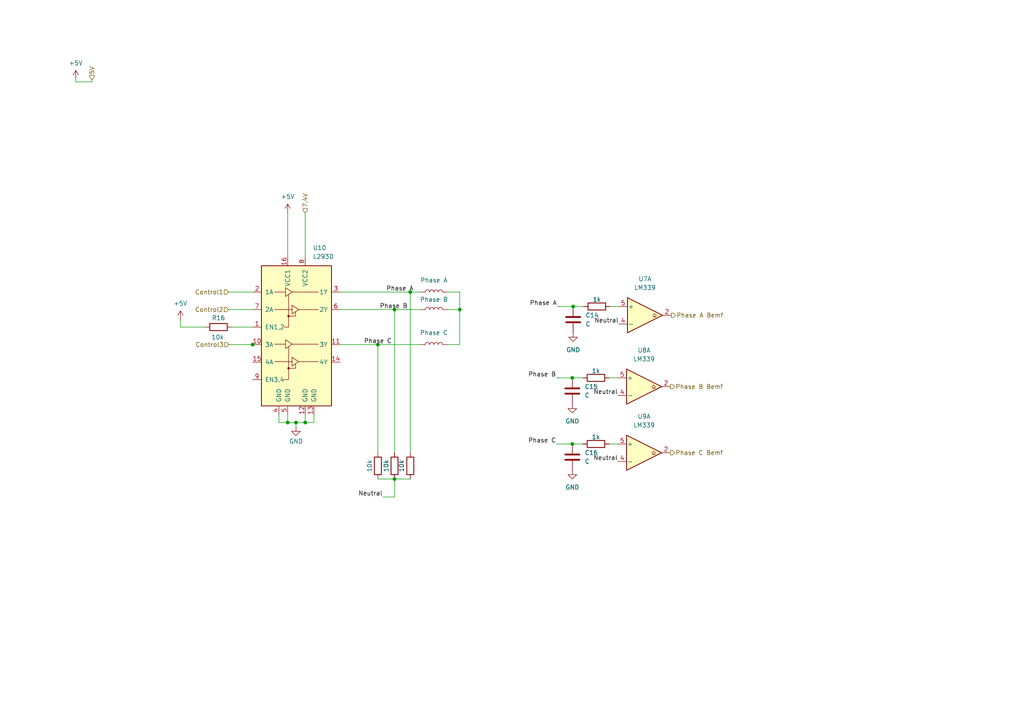
<source format=kicad_sch>
(kicad_sch (version 20230121) (generator eeschema)
  (paper "A4")
  (lib_symbols
    (symbol "Comparator:LM339" (pin_names (offset 0.127))
      (property "Reference" "U" (at 0 5.08 0))
      (property "Value" "LM339" (at 0 -5.08 0))
      (symbol "LM339_1_1"
        (polyline (pts (xy -5.08 5.08) (xy 5.08 0) (xy -5.08 -5.08) (xy -5.08 5.08)) (stroke (width 0.254)) (fill (type background)))
        (polyline (pts (xy 3.302 -0.508) (xy 2.794 -0.508) (xy 3.302 0) (xy 2.794 0.508) (xy 2.286 0) (xy 2.794 -0.508) (xy 2.286 -0.508)) (stroke (width 0.127)))
        (pin open_collector line (at 7.62 0 180) (length 2.54) (name "~") (number "2"))
        (pin input line (at -7.62 -2.54 0) (length 2.54) (name "-") (number "4"))
        (pin input line (at -7.62 2.54 0) (length 2.54) (name "+") (number "5"))
      )
      (symbol "LM339_2_1"
        (polyline (pts (xy -5.08 5.08) (xy 5.08 0) (xy -5.08 -5.08) (xy -5.08 5.08)) (stroke (width 0.254)) (fill (type background)))
        (polyline (pts (xy 3.302 -0.508) (xy 2.794 -0.508) (xy 3.302 0) (xy 2.794 0.508) (xy 2.286 0) (xy 2.794 -0.508) (xy 2.286 -0.508)) (stroke (width 0.127)))
        (pin open_collector line (at 7.62 0 180) (length 2.54) (name "~") (number "1"))
        (pin input line (at -7.62 -2.54 0) (length 2.54) (name "-") (number "6"))
        (pin input line (at -7.62 2.54 0) (length 2.54) (name "+") (number "7"))
      )
      (symbol "LM339_3_1"
        (polyline (pts (xy -5.08 5.08) (xy 5.08 0) (xy -5.08 -5.08) (xy -5.08 5.08)) (stroke (width 0.254)) (fill (type background)))
        (polyline (pts (xy 3.302 -0.508) (xy 2.794 -0.508) (xy 3.302 0) (xy 2.794 0.508) (xy 2.286 0) (xy 2.794 -0.508) (xy 2.286 -0.508)) (stroke (width 0.127)))
        (pin input line (at -7.62 -2.54 0) (length 2.54) (name "-") (number "10"))
        (pin input line (at -7.62 2.54 0) (length 2.54) (name "+") (number "11"))
        (pin open_collector line (at 7.62 0 180) (length 2.54) (name "~") (number "13"))
      )
      (symbol "LM339_4_1"
        (polyline (pts (xy -5.08 5.08) (xy 5.08 0) (xy -5.08 -5.08) (xy -5.08 5.08)) (stroke (width 0.254)) (fill (type background)))
        (polyline (pts (xy 3.302 -0.508) (xy 2.794 -0.508) (xy 3.302 0) (xy 2.794 0.508) (xy 2.286 0) (xy 2.794 -0.508) (xy 2.286 -0.508)) (stroke (width 0.127)))
        (pin open_collector line (at 7.62 0 180) (length 2.54) (name "~") (number "14"))
        (pin input line (at -7.62 -2.54 0) (length 2.54) (name "-") (number "8"))
        (pin input line (at -7.62 2.54 0) (length 2.54) (name "+") (number "9"))
      )
      (symbol "LM339_5_1"
        (pin power_in line (at -2.54 -7.62 90) (length 3.81) (name "V-") (number "12"))
        (pin power_in line (at -2.54 7.62 270) (length 3.81) (name "V+") (number "3"))
      )
    )
    (symbol "Device:C" (pin_numbers hide) (pin_names (offset 0.254))
      (property "Reference" "C" (at 0.635 2.54 0))
      (property "Value" "C" (at 0.635 -2.54 0))
      (symbol "C_0_1"
        (polyline (pts (xy -2.032 -0.762) (xy 2.032 -0.762)) (stroke (width 0.508)))
        (polyline (pts (xy -2.032 0.762) (xy 2.032 0.762)) (stroke (width 0.508)))
      )
      (symbol "C_1_1"
        (pin passive line (at 0 3.81 270) (length 2.794) (name "~") (number "1"))
        (pin passive line (at 0 -3.81 90) (length 2.794) (name "~") (number "2"))
      )
    )
    (symbol "Device:L" (pin_numbers hide) (pin_names (offset 1.016) hide)
      (property "Reference" "L" (at -1.27 0 90))
      (property "Value" "L" (at 1.905 0 90))
      (symbol "L_0_1"
        (arc (start 0 -2.54) (mid 0.6323 -1.905) (end 0 -1.27))
        (arc (start 0 -1.27) (mid 0.6323 -0.635) (end 0 0))
        (arc (start 0 0) (mid 0.6323 0.635) (end 0 1.27))
        (arc (start 0 1.27) (mid 0.6323 1.905) (end 0 2.54))
      )
      (symbol "L_1_1"
        (pin passive line (at 0 3.81 270) (length 1.27) (name "1") (number "1"))
        (pin passive line (at 0 -3.81 90) (length 1.27) (name "2") (number "2"))
      )
    )
    (symbol "Device:R" (pin_numbers hide) (pin_names (offset 0))
      (property "Reference" "R" (at 2.032 0 90))
      (property "Value" "R" (at 0 0 90))
      (symbol "R_0_1"
        (rectangle (start -1.016 -2.54) (end 1.016 2.54) (stroke (width 0.254)))
      )
      (symbol "R_1_1"
        (pin passive line (at 0 3.81 270) (length 1.27) (name "~") (number "1"))
        (pin passive line (at 0 -3.81 90) (length 1.27) (name "~") (number "2"))
      )
    )
    (symbol "Driver_Motor:L293D" (pin_names (offset 1.016))
      (property "Reference" "U" (at -5.08 26.035 0))
      (property "Value" "L293D" (at -5.08 24.13 0))
      (symbol "L293D_0_1"
        (rectangle (start -10.16 22.86) (end 10.16 -17.78) (stroke (width 0.254)) (fill (type background)))
        (circle (center -2.286 -6.858) (radius 0.254) (fill (type outline)))
        (circle (center -2.286 8.255) (radius 0.254) (fill (type outline)))
        (polyline (pts (xy -6.35 -4.953) (xy -1.27 -4.953)))
        (polyline (pts (xy -6.35 0.127) (xy -3.175 0.127)))
        (polyline (pts (xy -6.35 10.16) (xy -1.27 10.16)))
        (polyline (pts (xy -6.35 15.24) (xy -3.175 15.24)))
        (polyline (pts (xy -1.27 0.127) (xy 6.35 0.127)))
        (polyline (pts (xy -1.27 15.24) (xy 6.35 15.24)))
        (polyline (pts (xy 0.635 -4.953) (xy 6.35 -4.953)))
        (polyline (pts (xy 0.635 10.16) (xy 6.35 10.16)))
        (polyline (pts (xy -2.286 -6.858) (xy -0.254 -6.858) (xy -0.254 -5.588)))
        (polyline (pts (xy -2.286 -0.635) (xy -2.286 -10.16) (xy -3.556 -10.16)))
        (polyline (pts (xy -2.286 8.255) (xy -0.254 8.255) (xy -0.254 9.525)))
        (polyline (pts (xy -2.286 14.478) (xy -2.286 5.08) (xy -3.556 5.08)))
        (polyline (pts (xy -3.175 1.397) (xy -3.175 -1.143) (xy -1.27 0.127) (xy -3.175 1.397)))
        (polyline (pts (xy -3.175 16.51) (xy -3.175 13.97) (xy -1.27 15.24) (xy -3.175 16.51)))
        (polyline (pts (xy -1.27 -3.683) (xy -1.27 -6.223) (xy 0.635 -4.953) (xy -1.27 -3.683)))
        (polyline (pts (xy -1.27 11.43) (xy -1.27 8.89) (xy 0.635 10.16) (xy -1.27 11.43)))
      )
      (symbol "L293D_1_1"
        (pin input line (at -12.7 5.08 0) (length 2.54) (name "EN1,2") (number "1"))
        (pin input line (at -12.7 0 0) (length 2.54) (name "3A") (number "10"))
        (pin output line (at 12.7 0 180) (length 2.54) (name "3Y") (number "11"))
        (pin power_in line (at 2.54 -20.32 90) (length 2.54) (name "GND") (number "12"))
        (pin power_in line (at 5.08 -20.32 90) (length 2.54) (name "GND") (number "13"))
        (pin output line (at 12.7 -5.08 180) (length 2.54) (name "4Y") (number "14"))
        (pin input line (at -12.7 -5.08 0) (length 2.54) (name "4A") (number "15"))
        (pin power_in line (at -2.54 25.4 270) (length 2.54) (name "VCC1") (number "16"))
        (pin input line (at -12.7 15.24 0) (length 2.54) (name "1A") (number "2"))
        (pin output line (at 12.7 15.24 180) (length 2.54) (name "1Y") (number "3"))
        (pin power_in line (at -5.08 -20.32 90) (length 2.54) (name "GND") (number "4"))
        (pin power_in line (at -2.54 -20.32 90) (length 2.54) (name "GND") (number "5"))
        (pin output line (at 12.7 10.16 180) (length 2.54) (name "2Y") (number "6"))
        (pin input line (at -12.7 10.16 0) (length 2.54) (name "2A") (number "7"))
        (pin power_in line (at 2.54 25.4 270) (length 2.54) (name "VCC2") (number "8"))
        (pin input line (at -12.7 -10.16 0) (length 2.54) (name "EN3,4") (number "9"))
      )
    )
    (symbol "power:+5V" (power) (pin_names (offset 0))
      (property "Value" "+5V" (at 0 3.556 0))
      (symbol "+5V_0_1"
        (polyline (pts (xy -0.762 1.27) (xy 0 2.54)))
        (polyline (pts (xy 0 0) (xy 0 2.54)))
        (polyline (pts (xy 0 2.54) (xy 0.762 1.27)))
      )
      (symbol "+5V_1_1"
        (pin power_in line (at 0 0 90) (length 0) hide (name "+5V") (number "1"))
      )
    )
    (symbol "power:GND" (power) (pin_names (offset 0))
      (property "Value" "GND" (at 0 -3.81 0))
      (symbol "GND_0_1"
        (polyline (pts (xy 0 0) (xy 0 -1.27) (xy 1.27 -1.27) (xy 0 -2.54) (xy -1.27 -1.27) (xy 0 -1.27)))
      )
      (symbol "GND_1_1"
        (pin power_in line (at 0 0 270) (length 0) hide (name "GND") (number "1"))
      )
    )
  )
  (junction (at 166.243 88.9))
  (junction (at 165.989 128.778))
  (junction (at 109.601 99.949))
  (junction (at 133.35 89.789))
  (junction (at 83.439 122.555))
  (junction (at 73.279 99.949))
  (junction (at 165.989 109.601))
  (junction (at 118.999 84.709))
  (junction (at 114.427 138.938))
  (junction (at 114.427 89.789))
  (junction (at 85.852 122.555))
  (junction (at 88.519 122.555))
  (wire (pts (xy 88.519 61.722) (xy 88.519 74.549)))
  (wire (pts (xy 66.294 89.789) (xy 73.279 89.789)))
  (wire (pts (xy 176.911 88.9) (xy 179.451 88.9)))
  (wire (pts (xy 85.852 122.555) (xy 85.852 123.825)))
  (wire (pts (xy 109.601 138.938) (xy 114.427 138.938)))
  (wire (pts (xy 118.999 84.709) (xy 118.999 131.318)))
  (wire (pts (xy 109.601 99.949) (xy 122.047 99.949)))
  (wire (pts (xy 73.279 99.949) (xy 73.406 99.949)))
  (wire (pts (xy 133.35 84.709) (xy 133.35 89.789)))
  (wire (pts (xy 91.059 120.269) (xy 91.059 122.555)))
  (wire (pts (xy 66.421 99.949) (xy 73.279 99.949)))
  (wire (pts (xy 88.519 122.555) (xy 85.852 122.555)))
  (wire (pts (xy 129.667 84.709) (xy 133.35 84.709)))
  (wire (pts (xy 91.059 122.555) (xy 88.519 122.555)))
  (wire (pts (xy 176.657 109.601) (xy 179.197 109.601)))
  (wire (pts (xy 80.899 122.555) (xy 83.439 122.555)))
  (wire (pts (xy 161.29 109.601) (xy 165.989 109.601)))
  (wire (pts (xy 161.544 88.9) (xy 166.243 88.9)))
  (wire (pts (xy 114.427 144.145) (xy 110.998 144.145)))
  (wire (pts (xy 21.971 23.749) (xy 26.67 23.749)))
  (wire (pts (xy 66.294 84.709) (xy 73.279 84.709)))
  (wire (pts (xy 98.679 89.789) (xy 114.427 89.789)))
  (wire (pts (xy 67.183 94.869) (xy 73.279 94.869)))
  (wire (pts (xy 83.439 74.549) (xy 83.439 61.722)))
  (wire (pts (xy 165.989 128.778) (xy 169.037 128.778)))
  (wire (pts (xy 109.601 99.949) (xy 109.601 131.318)))
  (wire (pts (xy 83.439 122.555) (xy 83.439 120.269)))
  (wire (pts (xy 98.679 99.949) (xy 109.601 99.949)))
  (wire (pts (xy 114.427 89.789) (xy 114.427 131.318)))
  (wire (pts (xy 114.427 89.789) (xy 122.047 89.789)))
  (wire (pts (xy 21.971 22.987) (xy 21.971 23.749)))
  (wire (pts (xy 98.679 84.709) (xy 118.999 84.709)))
  (wire (pts (xy 129.667 89.789) (xy 133.35 89.789)))
  (wire (pts (xy 26.67 23.749) (xy 26.67 23.114)))
  (wire (pts (xy 133.35 89.789) (xy 133.35 99.949)))
  (wire (pts (xy 176.657 128.778) (xy 179.197 128.778)))
  (wire (pts (xy 133.35 99.949) (xy 129.667 99.949)))
  (wire (pts (xy 88.519 120.269) (xy 88.519 122.555)))
  (wire (pts (xy 85.852 122.555) (xy 83.439 122.555)))
  (wire (pts (xy 114.427 138.938) (xy 118.999 138.938)))
  (wire (pts (xy 59.563 94.869) (xy 52.324 94.869)))
  (wire (pts (xy 114.427 138.938) (xy 114.427 144.145)))
  (wire (pts (xy 118.999 84.709) (xy 122.047 84.709)))
  (wire (pts (xy 161.29 128.778) (xy 165.989 128.778)))
  (wire (pts (xy 166.243 88.9) (xy 169.291 88.9)))
  (wire (pts (xy 165.989 109.601) (xy 169.037 109.601)))
  (wire (pts (xy 80.899 120.269) (xy 80.899 122.555)))
  (wire (pts (xy 52.324 94.869) (xy 52.324 92.71)))
  (label "Phase C" (at 161.29 128.778 180))
  (label "Neutral" (at 110.998 144.145 180))
  (label "Phase B" (at 110.109 89.789 0))
  (label "Neutral" (at 179.197 114.681 180))
  (label "Phase C" (at 105.537 99.949 0))
  (label "Neutral" (at 179.197 133.858 180))
  (label "Phase A" (at 112.014 84.709 0))
  (label "Phase B" (at 161.29 109.601 180))
  (label "Neutral" (at 179.451 93.98 180))
  (label "Phase A" (at 161.544 88.9 180))
  (hierarchical_label "Control3" (shape input) (at 66.421 99.949 180))
  (hierarchical_label "5V" (shape input) (at 26.67 23.114 90))
  (hierarchical_label "7.4V" (shape input) (at 88.519 61.722 90))
  (hierarchical_label "Phase C Bemf" (shape output) (at 194.437 131.318 0))
  (hierarchical_label "Control1" (shape input) (at 66.294 84.709 180))
  (hierarchical_label "Control2" (shape input) (at 66.294 89.789 180))
  (hierarchical_label "Phase A Bemf" (shape output) (at 194.691 91.44 0))
  (hierarchical_label "Phase B Bemf" (shape output) (at 194.437 112.141 0))
  (symbol (lib_id "Device:C") (at 165.989 132.588 0) (unit 1)
    (property "Reference" "C16" (at 169.545 131.318 0) (effects (justify left)))
    (property "Value" "C" (at 169.545 133.858 0) (effects (justify left)))
  )
  (symbol (lib_id "Device:L") (at 125.857 84.709 90) (unit 1)
    (property "Reference" "L3" (effects hide))
    (property "Value" "Phase A" (at 125.857 81.28 90))
  )
  (symbol (lib_id "power:+5V") (at 21.971 22.987 0) (unit 1)
    (property "Reference" "#PWR010" (effects hide))
    (property "Value" "+5V" (at 21.971 18.288 0))
  )
  (symbol (lib_id "Device:R") (at 173.101 88.9 270) (unit 1)
    (property "Reference" "R20" (effects hide))
    (property "Value" "1k" (at 173.101 86.868 90))
  )
  (symbol (lib_id "Device:R") (at 114.427 135.128 180) (unit 1)
    (property "Reference" "R18" (effects hide))
    (property "Value" "10k" (at 112.014 135.128 90))
  )
  (symbol (lib_id "power:GND") (at 85.852 123.825 0) (unit 1)
    (property "Reference" "#PWR08" (effects hide))
    (property "Value" "GND" (at 85.852 128.016 0))
  )
  (symbol (lib_id "Device:R") (at 118.999 135.128 180) (unit 1)
    (property "Reference" "R19" (effects hide))
    (property "Value" "10k" (at 116.459 135.128 90))
  )
  (symbol (lib_id "Device:C") (at 165.989 113.411 0) (unit 1)
    (property "Reference" "C15" (at 169.545 112.141 0) (effects (justify left)))
    (property "Value" "C" (at 169.545 114.681 0) (effects (justify left)))
  )
  (symbol (lib_id "Driver_Motor:L293D") (at 85.979 99.949 0) (unit 1)
    (property "Reference" "U10" (at 90.7131 71.882 0) (effects (justify left)))
    (property "Value" "L293D" (at 90.7131 74.422 0) (effects (justify left)))
    (property "Footprint" "Package_DIP:DIP-16_W7.62mm" (effects hide))
    (property "Datasheet" "http://www.ti.com/lit/ds/symlink/l293.pdf" (effects hide))
  )
  (symbol (lib_id "Device:C") (at 166.243 92.71 0) (unit 1)
    (property "Reference" "C14" (at 169.799 91.44 0) (effects (justify left)))
    (property "Value" "C" (at 169.799 93.98 0) (effects (justify left)))
  )
  (symbol (lib_id "Comparator:LM339") (at 186.817 112.141 0) (unit 1)
    (property "Reference" "U8" (at 186.817 101.6 0))
    (property "Value" "LM339" (at 186.817 104.14 0))
    (property "Datasheet" "https://www.st.com/resource/en/datasheet/lm139.pdf" (effects hide))
  )
  (symbol (lib_id "power:GND") (at 166.243 96.52 0) (unit 1)
    (property "Reference" "#PWR011" (effects hide))
    (property "Value" "GND" (at 166.243 101.473 0))
  )
  (symbol (lib_id "Device:R") (at 109.601 135.128 180) (unit 1)
    (property "Reference" "R17" (effects hide))
    (property "Value" "10k" (at 107.188 135.128 90))
  )
  (symbol (lib_id "Comparator:LM339") (at 186.817 131.318 0) (unit 1)
    (property "Reference" "U9" (at 186.817 120.777 0))
    (property "Value" "LM339" (at 186.817 123.317 0))
    (property "Datasheet" "https://www.st.com/resource/en/datasheet/lm139.pdf" (effects hide))
  )
  (symbol (lib_id "Device:R") (at 172.847 128.778 270) (unit 1)
    (property "Reference" "R22" (effects hide))
    (property "Value" "1k" (at 172.847 126.746 90))
  )
  (symbol (lib_id "power:GND") (at 165.989 136.398 0) (unit 1)
    (property "Reference" "#PWR013" (effects hide))
    (property "Value" "GND" (at 165.989 141.351 0))
  )
  (symbol (lib_id "Comparator:LM339") (at 187.071 91.44 0) (unit 1)
    (property "Reference" "U7" (at 187.071 80.899 0))
    (property "Value" "LM339" (at 187.071 83.439 0))
    (property "Datasheet" "https://www.st.com/resource/en/datasheet/lm139.pdf" (effects hide))
  )
  (symbol (lib_id "power:+5V") (at 83.439 61.722 0) (unit 1)
    (property "Reference" "#PWR07" (effects hide))
    (property "Value" "+5V" (at 83.439 57.023 0))
  )
  (symbol (lib_id "Device:R") (at 63.373 94.869 90) (unit 1)
    (property "Reference" "R16" (at 63.373 92.202 90))
    (property "Value" "10k" (at 63.119 97.79 90))
  )
  (symbol (lib_id "Device:L") (at 125.857 99.949 90) (unit 1)
    (property "Reference" "L5" (effects hide))
    (property "Value" "Phase C" (at 125.857 96.52 90))
  )
  (symbol (lib_id "power:GND") (at 165.989 117.221 0) (unit 1)
    (property "Reference" "#PWR012" (effects hide))
    (property "Value" "GND" (at 165.989 122.174 0))
  )
  (symbol (lib_id "power:+5V") (at 52.324 92.71 0) (unit 1)
    (property "Reference" "#PWR09" (effects hide))
    (property "Value" "+5V" (at 52.324 88.011 0))
  )
  (symbol (lib_id "Device:R") (at 172.847 109.601 270) (unit 1)
    (property "Reference" "R21" (effects hide))
    (property "Value" "1k" (at 172.847 107.569 90))
  )
  (symbol (lib_id "Device:L") (at 125.857 89.789 90) (unit 1)
    (property "Reference" "L4" (effects hide))
    (property "Value" "Phase B" (at 125.857 86.868 90))
  )
)
</source>
